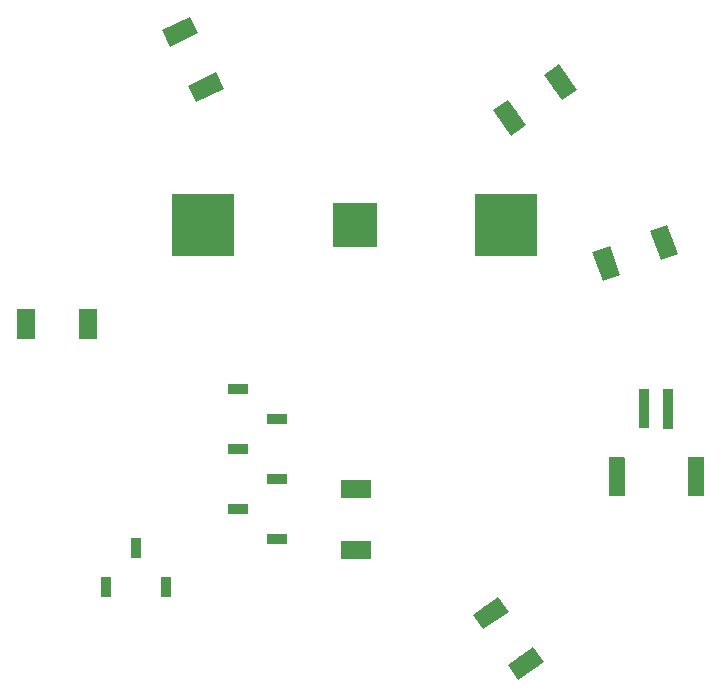
<source format=gbr>
G04 #@! TF.GenerationSoftware,KiCad,Pcbnew,5.1.4-e60b266~84~ubuntu18.04.1*
G04 #@! TF.CreationDate,2019-10-14T19:22:29-06:00*
G04 #@! TF.ProjectId,001,3030312e-6b69-4636-9164-5f7063625858,rev?*
G04 #@! TF.SameCoordinates,Original*
G04 #@! TF.FileFunction,Paste,Bot*
G04 #@! TF.FilePolarity,Positive*
%FSLAX46Y46*%
G04 Gerber Fmt 4.6, Leading zero omitted, Abs format (unit mm)*
G04 Created by KiCad (PCBNEW 5.1.4-e60b266~84~ubuntu18.04.1) date 2019-10-14 19:22:29*
%MOMM*%
%LPD*%
G04 APERTURE LIST*
%ADD10C,0.100000*%
%ADD11C,0.847600*%
%ADD12R,0.847600X3.347600*%
%ADD13C,1.347600*%
%ADD14R,1.747600X0.847600*%
%ADD15R,0.847600X1.747600*%
%ADD16R,5.347600X5.347600*%
%ADD17R,3.847600X3.847600*%
%ADD18R,2.647600X1.547600*%
%ADD19C,1.547600*%
%ADD20R,1.547600X2.647600*%
G04 APERTURE END LIST*
D10*
G36*
X177339332Y-107847461D02*
G01*
X177340566Y-107847644D01*
X177341777Y-107847947D01*
X177342951Y-107848368D01*
X177344079Y-107848901D01*
X177345150Y-107849543D01*
X177346152Y-107850286D01*
X177347076Y-107851124D01*
X177347914Y-107852048D01*
X177348657Y-107853050D01*
X177349299Y-107854121D01*
X177349832Y-107855249D01*
X177350253Y-107856423D01*
X177350556Y-107857634D01*
X177350739Y-107858868D01*
X177350800Y-107860114D01*
X177350800Y-111182286D01*
X177350739Y-111183532D01*
X177350556Y-111184766D01*
X177350253Y-111185977D01*
X177349832Y-111187151D01*
X177349299Y-111188279D01*
X177348657Y-111189350D01*
X177347914Y-111190352D01*
X177347076Y-111191276D01*
X177346152Y-111192114D01*
X177345150Y-111192857D01*
X177344079Y-111193499D01*
X177342951Y-111194032D01*
X177341777Y-111194453D01*
X177340566Y-111194756D01*
X177339332Y-111194939D01*
X177338086Y-111195000D01*
X176515914Y-111195000D01*
X176514668Y-111194939D01*
X176513434Y-111194756D01*
X176512223Y-111194453D01*
X176511049Y-111194032D01*
X176509921Y-111193499D01*
X176508850Y-111192857D01*
X176507848Y-111192114D01*
X176506924Y-111191276D01*
X176506086Y-111190352D01*
X176505343Y-111189350D01*
X176504701Y-111188279D01*
X176504168Y-111187151D01*
X176503747Y-111185977D01*
X176503444Y-111184766D01*
X176503261Y-111183532D01*
X176503200Y-111182286D01*
X176503200Y-107860114D01*
X176503261Y-107858868D01*
X176503444Y-107857634D01*
X176503747Y-107856423D01*
X176504168Y-107855249D01*
X176504701Y-107854121D01*
X176505343Y-107853050D01*
X176506086Y-107852048D01*
X176506924Y-107851124D01*
X176507848Y-107850286D01*
X176508850Y-107849543D01*
X176509921Y-107848901D01*
X176511049Y-107848368D01*
X176512223Y-107847947D01*
X176513434Y-107847644D01*
X176514668Y-107847461D01*
X176515914Y-107847400D01*
X177338086Y-107847400D01*
X177339332Y-107847461D01*
X177339332Y-107847461D01*
G37*
D11*
X176927000Y-109521200D03*
D12*
X178927000Y-109521200D03*
D10*
G36*
X175232567Y-113647497D02*
G01*
X175234530Y-113647788D01*
X175236454Y-113648270D01*
X175238322Y-113648939D01*
X175240115Y-113649787D01*
X175241816Y-113650807D01*
X175243410Y-113651988D01*
X175244879Y-113653321D01*
X175246212Y-113654790D01*
X175247393Y-113656384D01*
X175248413Y-113658085D01*
X175249261Y-113659878D01*
X175249930Y-113661746D01*
X175250412Y-113663670D01*
X175250703Y-113665633D01*
X175250800Y-113667614D01*
X175250800Y-116874786D01*
X175250703Y-116876767D01*
X175250412Y-116878730D01*
X175249930Y-116880654D01*
X175249261Y-116882522D01*
X175248413Y-116884315D01*
X175247393Y-116886016D01*
X175246212Y-116887610D01*
X175244879Y-116889079D01*
X175243410Y-116890412D01*
X175241816Y-116891593D01*
X175240115Y-116892613D01*
X175238322Y-116893461D01*
X175236454Y-116894130D01*
X175234530Y-116894612D01*
X175232567Y-116894903D01*
X175230586Y-116895000D01*
X173923414Y-116895000D01*
X173921433Y-116894903D01*
X173919470Y-116894612D01*
X173917546Y-116894130D01*
X173915678Y-116893461D01*
X173913885Y-116892613D01*
X173912184Y-116891593D01*
X173910590Y-116890412D01*
X173909121Y-116889079D01*
X173907788Y-116887610D01*
X173906607Y-116886016D01*
X173905587Y-116884315D01*
X173904739Y-116882522D01*
X173904070Y-116880654D01*
X173903588Y-116878730D01*
X173903297Y-116876767D01*
X173903200Y-116874786D01*
X173903200Y-113667614D01*
X173903297Y-113665633D01*
X173903588Y-113663670D01*
X173904070Y-113661746D01*
X173904739Y-113659878D01*
X173905587Y-113658085D01*
X173906607Y-113656384D01*
X173907788Y-113654790D01*
X173909121Y-113653321D01*
X173910590Y-113651988D01*
X173912184Y-113650807D01*
X173913885Y-113649787D01*
X173915678Y-113648939D01*
X173917546Y-113648270D01*
X173919470Y-113647788D01*
X173921433Y-113647497D01*
X173923414Y-113647400D01*
X175230586Y-113647400D01*
X175232567Y-113647497D01*
X175232567Y-113647497D01*
G37*
D13*
X174577000Y-115271200D03*
D10*
G36*
X181932567Y-113647497D02*
G01*
X181934530Y-113647788D01*
X181936454Y-113648270D01*
X181938322Y-113648939D01*
X181940115Y-113649787D01*
X181941816Y-113650807D01*
X181943410Y-113651988D01*
X181944879Y-113653321D01*
X181946212Y-113654790D01*
X181947393Y-113656384D01*
X181948413Y-113658085D01*
X181949261Y-113659878D01*
X181949930Y-113661746D01*
X181950412Y-113663670D01*
X181950703Y-113665633D01*
X181950800Y-113667614D01*
X181950800Y-116874786D01*
X181950703Y-116876767D01*
X181950412Y-116878730D01*
X181949930Y-116880654D01*
X181949261Y-116882522D01*
X181948413Y-116884315D01*
X181947393Y-116886016D01*
X181946212Y-116887610D01*
X181944879Y-116889079D01*
X181943410Y-116890412D01*
X181941816Y-116891593D01*
X181940115Y-116892613D01*
X181938322Y-116893461D01*
X181936454Y-116894130D01*
X181934530Y-116894612D01*
X181932567Y-116894903D01*
X181930586Y-116895000D01*
X180623414Y-116895000D01*
X180621433Y-116894903D01*
X180619470Y-116894612D01*
X180617546Y-116894130D01*
X180615678Y-116893461D01*
X180613885Y-116892613D01*
X180612184Y-116891593D01*
X180610590Y-116890412D01*
X180609121Y-116889079D01*
X180607788Y-116887610D01*
X180606607Y-116886016D01*
X180605587Y-116884315D01*
X180604739Y-116882522D01*
X180604070Y-116880654D01*
X180603588Y-116878730D01*
X180603297Y-116876767D01*
X180603200Y-116874786D01*
X180603200Y-113667614D01*
X180603297Y-113665633D01*
X180603588Y-113663670D01*
X180604070Y-113661746D01*
X180604739Y-113659878D01*
X180605587Y-113658085D01*
X180606607Y-113656384D01*
X180607788Y-113654790D01*
X180609121Y-113653321D01*
X180610590Y-113651988D01*
X180612184Y-113650807D01*
X180613885Y-113649787D01*
X180615678Y-113648939D01*
X180617546Y-113648270D01*
X180619470Y-113647788D01*
X180621433Y-113647497D01*
X180623414Y-113647400D01*
X181930586Y-113647400D01*
X181932567Y-113647497D01*
X181932567Y-113647497D01*
G37*
D13*
X181277000Y-115271200D03*
D14*
X142495000Y-107823000D03*
X145795000Y-110363000D03*
X142495000Y-112903000D03*
X145795000Y-115443000D03*
X142495000Y-117983000D03*
X145795000Y-120523000D03*
D15*
X136398000Y-124662200D03*
X133858000Y-121362200D03*
X131318000Y-124662200D03*
D16*
X165200000Y-93980000D03*
X139600000Y-93980000D03*
D17*
X152400000Y-93980000D03*
D18*
X152527000Y-116322800D03*
X152527000Y-121522800D03*
D19*
X163913501Y-126826005D03*
D10*
G36*
X162385274Y-126951446D02*
G01*
X164554061Y-125432845D01*
X165441728Y-126700564D01*
X163272941Y-128219165D01*
X162385274Y-126951446D01*
X162385274Y-126951446D01*
G37*
D19*
X166896099Y-131085595D03*
D10*
G36*
X165367872Y-131211036D02*
G01*
X167536659Y-129692435D01*
X168424326Y-130960154D01*
X166255539Y-132478755D01*
X165367872Y-131211036D01*
X165367872Y-131211036D01*
G37*
D19*
X173705799Y-97231452D03*
D10*
G36*
X173980167Y-95722832D02*
G01*
X174885699Y-98210762D01*
X173431431Y-98740072D01*
X172525899Y-96252142D01*
X173980167Y-95722832D01*
X173980167Y-95722832D01*
G37*
D19*
X178592201Y-95452948D03*
D10*
G36*
X178866569Y-93944328D02*
G01*
X179772101Y-96432258D01*
X178317833Y-96961568D01*
X177412301Y-94473638D01*
X178866569Y-93944328D01*
X178866569Y-93944328D01*
G37*
D19*
X165535605Y-84879499D03*
D10*
G36*
X165661046Y-86407726D02*
G01*
X164142445Y-84238939D01*
X165410164Y-83351272D01*
X166928765Y-85520059D01*
X165661046Y-86407726D01*
X165661046Y-86407726D01*
G37*
D19*
X169795195Y-81896901D03*
D10*
G36*
X169920636Y-83425128D02*
G01*
X168402035Y-81256341D01*
X169669754Y-80368674D01*
X171188355Y-82537461D01*
X169920636Y-83425128D01*
X169920636Y-83425128D01*
G37*
D19*
X139808207Y-82315600D03*
D10*
G36*
X138281415Y-82173761D02*
G01*
X140680955Y-81054837D01*
X141334999Y-82457439D01*
X138935459Y-83576363D01*
X138281415Y-82173761D01*
X138281415Y-82173761D01*
G37*
D19*
X137610593Y-77602800D03*
D10*
G36*
X136083801Y-77460961D02*
G01*
X138483341Y-76342037D01*
X139137385Y-77744639D01*
X136737845Y-78863563D01*
X136083801Y-77460961D01*
X136083801Y-77460961D01*
G37*
D20*
X129803200Y-102336600D03*
X124603200Y-102336600D03*
M02*

</source>
